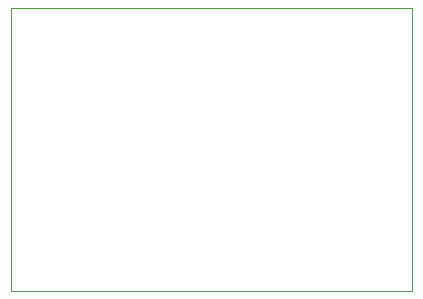
<source format=gbr>
%TF.GenerationSoftware,KiCad,Pcbnew,(6.0.9-0)*%
%TF.CreationDate,2024-03-23T13:24:56+01:00*%
%TF.ProjectId,pt-delay-minima-footswitch,70742d64-656c-4617-992d-6d696e696d61,rev?*%
%TF.SameCoordinates,Original*%
%TF.FileFunction,Profile,NP*%
%FSLAX46Y46*%
G04 Gerber Fmt 4.6, Leading zero omitted, Abs format (unit mm)*
G04 Created by KiCad (PCBNEW (6.0.9-0)) date 2024-03-23 13:24:56*
%MOMM*%
%LPD*%
G01*
G04 APERTURE LIST*
%TA.AperFunction,Profile*%
%ADD10C,0.100000*%
%TD*%
G04 APERTURE END LIST*
D10*
X74280000Y-65000000D02*
X40280000Y-65000000D01*
X40280000Y-41000000D01*
X74280000Y-41000000D01*
X74280000Y-65000000D01*
M02*

</source>
